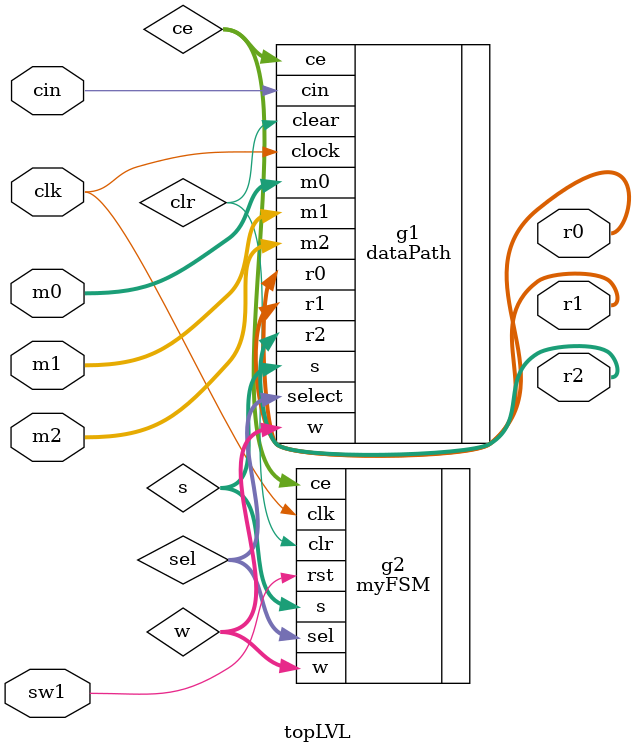
<source format=v>
`timescale 1ns / 1ps
module topLVL(sw1,clk,m0,m1,m2,cin,r0,r1,r2);
    input             sw1,clk,cin;
    input       [3:0] m0,m1,m2;
    output wire [3:0] r0,r1,r2;
    
    wire clr;
    wire [3:0] ce;
    wire [2:0] w,s;
    wire [1:0] sel;
    
    dataPath g1(.m0(m0),.m1(m1),.m2(m2),.clear(clr),.clock(clk),.select(sel),.cin(cin),.s(s),.w(w),.ce(ce),.r0(r0),.r1(r1),.r2(r2));
    myFSM g2(.clk(clk),.rst(sw1),.clr(clr),.sel(sel),.s(s),.ce(ce),.w(w));
endmodule

</source>
